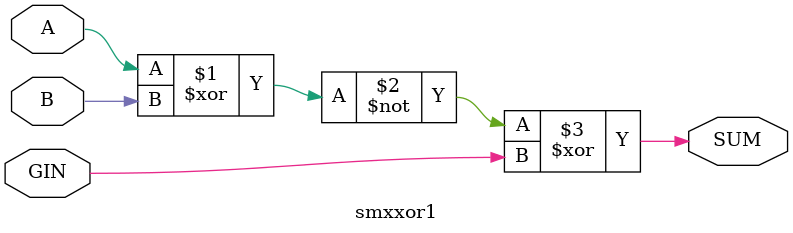
<source format=v>
module smxxor1 ( A, B, GIN, SUM );
   input  A;
   input  B;
   input  GIN;
   output SUM;
   assign SUM = ( ~ (A ^ B)) ^ GIN;
endmodule
</source>
